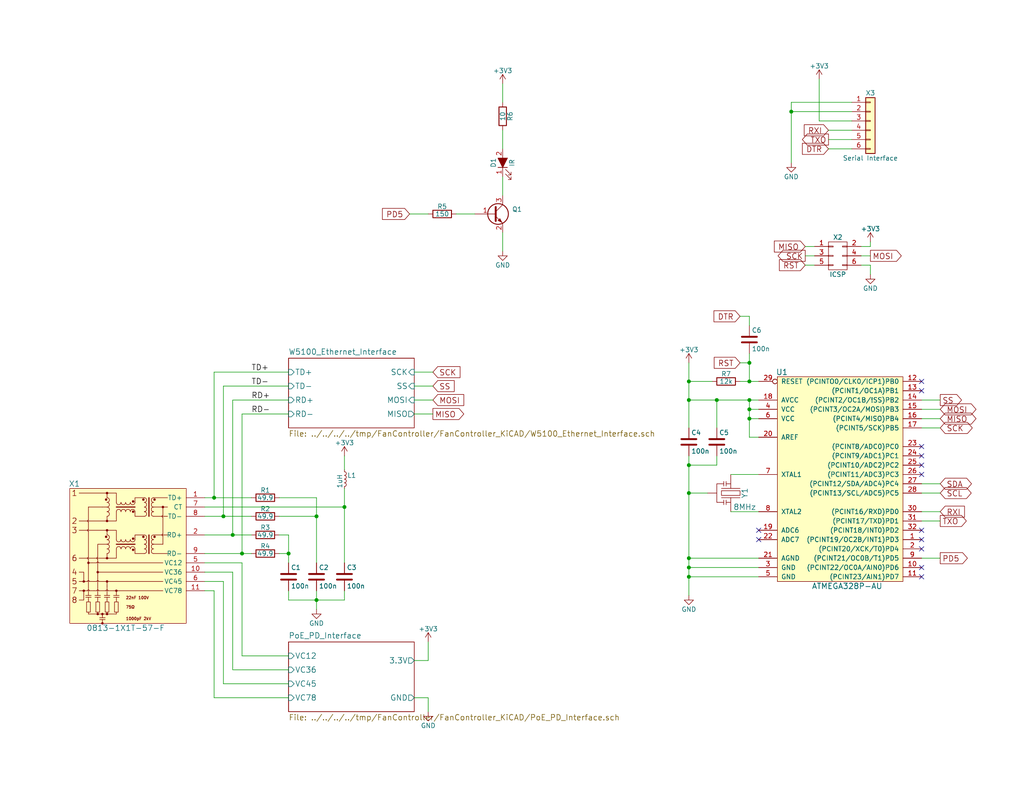
<source format=kicad_sch>
(kicad_sch (version 20230121) (generator eeschema)
  (paper "USLetter")
  (title_block (title "Fan Controller") (date "2018-04-29") (rev "2") (company "Alex M."))
  (lib_symbols
    (symbol "FanController-rescue:+3.3V" (power) (pin_names (offset 0))
      (property "Value" "+3.3V" (at 0 3.556 0))
      (symbol "+3.3V_0_1"
        (polyline (pts (xy -0.762 1.27) (xy 0 2.54)))
        (polyline (pts (xy 0 0) (xy 0 2.54)))
        (polyline (pts (xy 0 2.54) (xy 0.762 1.27)))
      )
      (symbol "+3.3V_1_1"
        (pin power_in line (at 0 0 90) (length 0) hide (name "+3V3") (number "1"))
      )
    )
    (symbol "FanController-rescue:0813-1X1T-57-F" (pin_names (offset 1.016))
      (property "Reference" "X" (at -13.97 21.59 0))
      (property "Value" "0813-1X1T-57-F" (at 0 -17.78 0))
      (symbol "0813-1X1T-57-F_0_0"
        (circle (center -11.43 -5.08) (radius 0.254) (fill (type outline)))
        (circle (center -6.35 -16.51) (radius 0.254) (fill (type outline)))
        (rectangle (start 16.51 -16.51) (end -15.24 20.32) (fill (type background)))
        (text "1" (at -13.97 19.05 0) (effects (font (size 1.524 1.524))))
        (text "1000pF 2kV" (at 0 -15.24 0) (effects (font (size 0.762 0.762)) (justify left)))
        (text "2" (at -13.97 11.43 0) (effects (font (size 1.524 1.524))))
        (text "22nF 100V" (at 0 -9.525 0) (effects (font (size 0.762 0.762)) (justify left)))
        (text "3" (at -13.97 8.89 0) (effects (font (size 1.524 1.524))))
        (text "4" (at -13.97 -2.54 0) (effects (font (size 1.524 1.524))))
        (text "5" (at -13.97 -5.08 0) (effects (font (size 1.524 1.524))))
        (text "6" (at -13.97 1.27 0) (effects (font (size 1.524 1.524))))
        (text "7" (at -13.97 -7.62 0) (effects (font (size 1.524 1.524))))
        (text "75Ω" (at 0 -12.065 0) (effects (font (size 0.762 0.762)) (justify left)))
        (text "8" (at -13.97 -10.16 0) (effects (font (size 1.524 1.524))))
      )
      (symbol "0813-1X1T-57-F_0_1"
        (circle (center -11.43 -7.62) (radius 0.254) (fill (type outline)))
        (rectangle (start -10.668 -10.668) (end -9.652 -13.462))
        (circle (center -10.16 0) (radius 0.254) (fill (type outline)))
        (arc (start -10.16 1.524) (mid -10.4129 1.27) (end -10.16 1.016))
        (arc (start -10.16 9.144) (mid -10.4129 8.89) (end -10.16 8.636))
        (arc (start -10.16 11.684) (mid -10.4129 11.43) (end -10.16 11.176))
        (arc (start -9.906 -7.62) (mid -10.16 -7.3671) (end -10.414 -7.62))
        (arc (start -9.906 -5.08) (mid -10.16 -4.8271) (end -10.414 -5.08))
        (rectangle (start -8.128 -10.668) (end -7.112 -13.462))
        (circle (center -7.62 -13.97) (radius 0.254) (fill (type outline)))
        (circle (center -7.62 -2.54) (radius 0.254) (fill (type outline)))
        (arc (start -7.62 1.524) (mid -7.8729 1.27) (end -7.62 1.016))
        (arc (start -7.366 -7.62) (mid -7.62 -7.3671) (end -7.874 -7.62))
        (arc (start -7.366 -5.08) (mid -7.62 -4.8271) (end -7.874 -5.08))
        (arc (start -7.366 0) (mid -7.62 0.2529) (end -7.874 0))
        (circle (center -6.35 -13.97) (radius 0.254) (fill (type outline)))
        (rectangle (start -5.588 -10.668) (end -4.572 -13.462))
        (circle (center -5.334 7.112) (radius 0.254) (fill (type outline)))
        (circle (center -5.334 17.272) (radius 0.254) (fill (type outline)))
        (circle (center -5.08 -13.97) (radius 0.254) (fill (type outline)))
        (circle (center -5.08 -5.08) (radius 0.254) (fill (type outline)))
        (circle (center -5.08 1.27) (radius 0.254) (fill (type outline)))
        (arc (start -5.08 2.54) (mid -4.4477 3.175) (end -5.08 3.81))
        (arc (start -5.08 3.81) (mid -4.4477 4.445) (end -5.08 5.08))
        (arc (start -5.08 5.08) (mid -4.4477 5.715) (end -5.08 6.35))
        (arc (start -5.08 6.35) (mid -4.4477 6.985) (end -5.08 7.62))
        (circle (center -5.08 8.89) (radius 0.254) (fill (type outline)))
        (circle (center -5.08 11.43) (radius 0.254) (fill (type outline)))
        (arc (start -5.08 12.7) (mid -4.4477 13.335) (end -5.08 13.97))
        (arc (start -5.08 13.97) (mid -4.4477 14.605) (end -5.08 15.24))
        (arc (start -5.08 15.24) (mid -4.4477 15.875) (end -5.08 16.51))
        (arc (start -5.08 16.51) (mid -4.4477 17.145) (end -5.08 17.78))
        (circle (center -5.08 19.05) (radius 0.254) (fill (type outline)))
        (arc (start -4.826 -7.62) (mid -5.08 -7.3671) (end -5.334 -7.62))
        (rectangle (start -3.048 -10.668) (end -2.032 -13.462))
        (circle (center -2.54 -7.62) (radius 0.254) (fill (type outline)))
        (arc (start -2.54 6.35) (mid -1.905 5.7177) (end -1.27 6.35))
        (arc (start -2.54 16.51) (mid -1.905 15.8777) (end -1.27 16.51))
        (arc (start -1.27 3.81) (mid -1.905 4.4423) (end -2.54 3.81))
        (arc (start -1.27 6.35) (mid -0.635 5.7177) (end 0 6.35))
        (arc (start -1.27 13.97) (mid -1.905 14.6023) (end -2.54 13.97))
        (arc (start -1.27 16.51) (mid -0.635 15.8777) (end 0 16.51))
        (polyline (pts (xy -11.43 -7.62) (xy -12.7 -7.62)))
        (polyline (pts (xy -11.43 -5.08) (xy -12.7 -5.08)))
        (polyline (pts (xy -10.922 -9.398) (xy -9.398 -9.398)))
        (polyline (pts (xy -10.922 -8.89) (xy -9.398 -8.89)))
        (polyline (pts (xy -10.414 -7.62) (xy -11.43 -7.62)))
        (polyline (pts (xy -10.414 -5.08) (xy -11.43 -5.08)))
        (polyline (pts (xy -10.16 -13.462) (xy -10.16 -13.97)))
        (polyline (pts (xy -10.16 -10.16) (xy -10.16 -10.668)))
        (polyline (pts (xy -10.16 -9.398) (xy -10.16 -10.16)))
        (polyline (pts (xy -10.16 0) (xy -10.16 -8.89)))
        (polyline (pts (xy -10.16 1.524) (xy -10.16 8.636)))
        (polyline (pts (xy -10.16 9.144) (xy -10.16 11.176)))
        (polyline (pts (xy -10.16 11.684) (xy -10.16 15.24)))
        (polyline (pts (xy -10.16 15.24) (xy -6.35 15.24)))
        (polyline (pts (xy -9.906 -7.62) (xy -8.636 -7.62)))
        (polyline (pts (xy -9.906 -5.08) (xy -8.636 -5.08)))
        (polyline (pts (xy -8.382 -9.398) (xy -6.858 -9.398)))
        (polyline (pts (xy -8.382 -8.89) (xy -6.858 -8.89)))
        (polyline (pts (xy -7.874 -7.62) (xy -8.636 -7.62)))
        (polyline (pts (xy -7.874 -5.08) (xy -8.636 -5.08)))
        (polyline (pts (xy -7.874 0) (xy -9.144 0)))
        (polyline (pts (xy -7.62 -13.462) (xy -7.62 -13.97)))
        (polyline (pts (xy -7.62 -10.16) (xy -7.62 -10.668)))
        (polyline (pts (xy -7.62 -9.398) (xy -7.62 -10.16)))
        (polyline (pts (xy -7.62 -2.54) (xy -7.62 -8.89)))
        (polyline (pts (xy -7.112 -15.494) (xy -5.588 -15.494)))
        (polyline (pts (xy -7.112 -14.986) (xy -5.588 -14.986)))
        (polyline (pts (xy -6.35 -15.494) (xy -6.35 -16.51)))
        (polyline (pts (xy -6.35 -14.478) (xy -6.35 -14.986)))
        (polyline (pts (xy -6.35 -13.97) (xy -6.35 -14.478)))
        (polyline (pts (xy -6.35 15.24) (xy -5.08 15.24)))
        (polyline (pts (xy -5.842 -9.398) (xy -4.318 -9.398)))
        (polyline (pts (xy -5.588 -7.62) (xy -7.366 -7.62)))
        (polyline (pts (xy -5.588 -7.62) (xy -5.334 -7.62)))
        (polyline (pts (xy -5.08 -13.462) (xy -5.08 -13.97)))
        (polyline (pts (xy -5.08 -10.16) (xy -5.08 -10.668)))
        (polyline (pts (xy -5.08 -9.398) (xy -5.08 -10.16)))
        (polyline (pts (xy -5.08 -8.89) (xy -5.08 -6.35)))
        (polyline (pts (xy -5.08 -6.35) (xy -5.08 -5.08)))
        (polyline (pts (xy -5.08 1.27) (xy -12.7 1.27)))
        (polyline (pts (xy -5.08 8.89) (xy -12.7 8.89)))
        (polyline (pts (xy -5.08 11.43) (xy -12.7 11.43)))
        (polyline (pts (xy -5.08 19.05) (xy -12.7 19.05)))
        (polyline (pts (xy -4.826 -7.62) (xy 10.16 -7.62)))
        (polyline (pts (xy -3.302 -9.398) (xy -1.778 -9.398)))
        (polyline (pts (xy -3.302 -8.89) (xy -1.778 -8.89)))
        (polyline (pts (xy -2.54 -13.462) (xy -2.54 -13.97)))
        (polyline (pts (xy -2.54 -10.16) (xy -2.54 -10.668)))
        (polyline (pts (xy -2.54 -9.398) (xy -2.54 -10.16)))
        (polyline (pts (xy -2.54 -8.89) (xy -2.54 -7.62)))
        (polyline (pts (xy -2.54 5.08) (xy 2.54 5.08)) (stroke (width 0.3048)))
        (polyline (pts (xy -2.54 15.24) (xy 2.54 15.24)) (stroke (width 0.3048)))
        (polyline (pts (xy 6.35 7.62) (xy 6.35 2.54)) (stroke (width 0.3048)))
        (polyline (pts (xy 6.35 17.78) (xy 6.35 12.7)) (stroke (width 0.3048)))
        (polyline (pts (xy 7.62 2.54) (xy 11.43 2.54)))
        (polyline (pts (xy 7.62 5.08) (xy 10.16 5.08)))
        (polyline (pts (xy 7.62 7.62) (xy 11.43 7.62)))
        (polyline (pts (xy 7.62 12.7) (xy 11.43 12.7)))
        (polyline (pts (xy 7.62 15.24) (xy 10.16 15.24)))
        (polyline (pts (xy 7.62 17.78) (xy 11.43 17.78)))
        (polyline (pts (xy 10.16 -5.08) (xy -7.366 -5.08)))
        (polyline (pts (xy 10.16 0) (xy -7.366 0)))
        (polyline (pts (xy 10.16 7.366) (xy 10.16 5.08)))
        (polyline (pts (xy 10.16 7.874) (xy 10.16 12.446)))
        (polyline (pts (xy 10.16 15.24) (xy 10.16 12.954)))
        (polyline (pts (xy 10.16 15.24) (xy 11.43 15.24)))
        (polyline (pts (xy -11.43 -7.62) (xy -11.43 -10.16) (xy -12.7 -10.16)))
        (polyline (pts (xy -11.43 -5.08) (xy -11.43 -2.54) (xy -12.7 -2.54)))
        (polyline (pts (xy -9.144 0) (xy -10.16 0) (xy -10.16 1.016)))
        (polyline (pts (xy -5.842 -8.89) (xy -4.572 -8.89) (xy -4.318 -8.89)))
        (polyline (pts (xy -5.08 5.08) (xy -7.62 5.08) (xy -7.62 1.524)))
        (polyline (pts (xy 5.08 2.54) (xy 2.54 2.54) (xy 2.54 3.81)))
        (polyline (pts (xy 5.08 7.62) (xy 2.54 7.62) (xy 2.54 6.35)))
        (polyline (pts (xy 5.08 12.7) (xy 2.54 12.7) (xy 2.54 13.97)))
        (polyline (pts (xy 10.16 -2.54) (xy -7.62 -2.54) (xy -7.62 1.016)))
        (polyline (pts (xy -10.16 -13.97) (xy -7.62 -13.97) (xy -5.08 -13.97) (xy -2.54 -13.97)))
        (polyline (pts (xy -5.08 2.54) (xy -5.08 1.27) (xy -2.54 1.27) (xy -2.54 3.81)))
        (polyline (pts (xy -5.08 7.62) (xy -5.08 8.89) (xy -2.54 8.89) (xy -2.54 6.35)))
        (polyline (pts (xy -5.08 12.7) (xy -5.08 11.43) (xy -2.54 11.43) (xy -2.54 13.97)))
        (polyline (pts (xy -5.08 17.78) (xy -5.08 19.05) (xy -2.54 19.05) (xy -2.54 16.51)))
        (polyline (pts (xy 5.08 17.78) (xy 2.54 17.78) (xy 2.54 16.764) (xy 2.54 16.51)))
        (arc (start 0 3.81) (mid -0.635 4.4423) (end -1.27 3.81))
        (arc (start 0 6.35) (mid 0.635 5.7177) (end 1.27 6.35))
        (arc (start 0 13.97) (mid -0.635 14.6023) (end -1.27 13.97))
        (arc (start 0 16.51) (mid 0.635 15.8777) (end 1.27 16.51))
        (arc (start 1.27 3.81) (mid 0.635 4.4423) (end 0 3.81))
        (arc (start 1.27 6.35) (mid 1.905 5.7177) (end 2.54 6.35))
        (arc (start 1.27 13.97) (mid 0.635 14.6023) (end 0 13.97))
        (arc (start 1.27 16.51) (mid 1.905 15.8777) (end 2.54 16.51))
        (circle (center 2.032 3.556) (radius 0.254) (fill (type outline)))
        (circle (center 2.032 6.604) (radius 0.254) (fill (type outline)))
        (circle (center 2.032 13.97) (radius 0.254) (fill (type outline)))
        (circle (center 2.032 16.764) (radius 0.254) (fill (type outline)))
        (arc (start 2.54 3.81) (mid 1.905 4.4423) (end 1.27 3.81))
        (arc (start 2.54 13.97) (mid 1.905 14.6023) (end 1.27 13.97))
        (circle (center 4.826 7.112) (radius 0.254) (fill (type outline)))
        (circle (center 4.826 17.272) (radius 0.254) (fill (type outline)))
        (arc (start 5.08 2.54) (mid 5.7123 3.175) (end 5.08 3.81))
        (arc (start 5.08 3.81) (mid 5.7123 4.445) (end 5.08 5.08))
        (arc (start 5.08 5.08) (mid 5.7123 5.715) (end 5.08 6.35))
        (arc (start 5.08 6.35) (mid 5.7123 6.985) (end 5.08 7.62))
        (arc (start 5.08 12.7) (mid 5.7123 13.335) (end 5.08 13.97))
        (arc (start 5.08 13.97) (mid 5.7123 14.605) (end 5.08 15.24))
        (arc (start 5.08 15.24) (mid 5.7123 15.875) (end 5.08 16.51))
        (arc (start 5.08 16.51) (mid 5.7123 17.145) (end 5.08 17.78))
        (arc (start 7.62 3.81) (mid 6.9877 3.175) (end 7.62 2.54))
        (arc (start 7.62 5.08) (mid 6.9877 4.445) (end 7.62 3.81))
        (arc (start 7.62 6.35) (mid 6.9877 5.715) (end 7.62 5.08))
        (arc (start 7.62 7.62) (mid 6.9877 6.985) (end 7.62 6.35))
        (arc (start 7.62 13.97) (mid 6.9877 13.335) (end 7.62 12.7))
        (arc (start 7.62 15.24) (mid 6.9877 14.605) (end 7.62 13.97))
        (arc (start 7.62 16.51) (mid 6.9877 15.875) (end 7.62 15.24))
        (arc (start 7.62 17.78) (mid 6.9877 17.145) (end 7.62 16.51))
        (circle (center 7.874 7.112) (radius 0.254) (fill (type outline)))
        (circle (center 7.874 17.272) (radius 0.254) (fill (type outline)))
        (arc (start 10.16 7.874) (mid 9.9071 7.62) (end 10.16 7.366))
        (arc (start 10.16 12.954) (mid 9.9071 12.7) (end 10.16 12.446))
        (circle (center 10.16 15.24) (radius 0.254) (fill (type outline)))
      )
      (symbol "0813-1X1T-57-F_1_1"
        (pin input line (at 21.59 17.78 180) (length 5.08) (name "TD+") (number "1"))
        (pin power_out line (at 21.59 -2.54 180) (length 5.08) (name "VC36") (number "10"))
        (pin power_out line (at 21.59 -7.62 180) (length 5.08) (name "VC78") (number "11"))
        (pin input line (at 21.59 7.62 180) (length 5.08) (name "RD+") (number "2"))
        (pin power_out line (at 21.59 0 180) (length 5.08) (name "VC12") (number "5"))
        (pin power_out line (at 21.59 -5.08 180) (length 5.08) (name "VC45") (number "6"))
        (pin input line (at 21.59 15.24 180) (length 5.08) (name "CT") (number "7"))
        (pin input line (at 21.59 12.7 180) (length 5.08) (name "TD-") (number "8"))
        (pin input line (at 21.59 2.54 180) (length 5.08) (name "RD-") (number "9"))
      )
    )
    (symbol "FanController-rescue:ATMEGA328P-AU-RESCUE-LoadCell" (pin_names (offset 1.016))
      (property "Reference" "U" (at -16.51 26.67 0))
      (property "Value" "ATMEGA328P-AU-RESCUE-LoadCell" (at 1.27 -31.75 0))
      (symbol "ATMEGA328P-AU-RESCUE-LoadCell_0_1"
        (rectangle (start -17.78 25.4) (end 16.51 -30.48) (fill (type background)))
      )
      (symbol "ATMEGA328P-AU-RESCUE-LoadCell_1_1"
        (pin bidirectional line (at 21.59 -19.05 180) (length 5.08) (name "(PCINT19/OC2B/INT1)PD3") (number "1"))
        (pin bidirectional line (at 21.59 -26.67 180) (length 5.08) (name "(PCINT22/OC0A/AIN0)PD6") (number "10"))
        (pin bidirectional line (at 21.59 -29.21 180) (length 5.08) (name "(PCINT23/AIN1)PD7") (number "11"))
        (pin bidirectional line (at 21.59 24.13 180) (length 5.08) (name "(PCINTO0/CLK0/ICP1)PB0") (number "12"))
        (pin bidirectional line (at 21.59 21.59 180) (length 5.08) (name "(PCINT1/OC1A)PB1") (number "13"))
        (pin bidirectional line (at 21.59 19.05 180) (length 5.08) (name "(PCINT2/OC1B/!SS)PB2") (number "14"))
        (pin bidirectional line (at 21.59 16.51 180) (length 5.08) (name "(PCINT3/OC2A/MOSI)PB3") (number "15"))
        (pin bidirectional line (at 21.59 13.97 180) (length 5.08) (name "(PCINT4/MISO)PB4") (number "16"))
        (pin bidirectional line (at 21.59 11.43 180) (length 5.08) (name "(PCINT5/SCK)PB5") (number "17"))
        (pin power_in line (at -22.86 19.05 0) (length 5.08) (name "AVCC") (number "18"))
        (pin input line (at -22.86 -16.51 0) (length 5.08) (name "ADC6") (number "19"))
        (pin bidirectional line (at 21.59 -21.59 180) (length 5.08) (name "(PCINT20/XCK/T0)PD4") (number "2"))
        (pin input line (at -22.86 8.89 0) (length 5.08) (name "AREF") (number "20"))
        (pin power_in line (at -22.86 -24.13 0) (length 5.08) (name "AGND") (number "21"))
        (pin input line (at -22.86 -19.05 0) (length 5.08) (name "ADC7") (number "22"))
        (pin bidirectional line (at 21.59 6.35 180) (length 5.08) (name "(PCINT8/ADC0)PC0") (number "23"))
        (pin bidirectional line (at 21.59 3.81 180) (length 5.08) (name "(PCINT9/ADC1)PC1") (number "24"))
        (pin bidirectional line (at 21.59 1.27 180) (length 5.08) (name "(PCINT10/ADC2)PC2") (number "25"))
        (pin bidirectional line (at 21.59 -1.27 180) (length 5.08) (name "(PCINT11/ADC3)PC3") (number "26"))
        (pin bidirectional line (at 21.59 -3.81 180) (length 5.08) (name "(PCINT12/SDA/ADC4)PC4") (number "27"))
        (pin bidirectional line (at 21.59 -6.35 180) (length 5.08) (name "(PCINT13/SCL/ADC5)PC5") (number "28"))
        (pin input inverted (at -22.86 24.13 0) (length 5.08) (name "RESET") (number "29"))
        (pin power_in line (at -22.86 -26.67 0) (length 5.08) (name "GND") (number "3"))
        (pin bidirectional line (at 21.59 -11.43 180) (length 5.08) (name "(PCINT16/RXD)PD0") (number "30"))
        (pin bidirectional line (at 21.59 -13.97 180) (length 5.08) (name "(PCINT17/TXD)PD1") (number "31"))
        (pin bidirectional line (at 21.59 -16.51 180) (length 5.08) (name "(PCINT18/INT0)PD2") (number "32"))
        (pin power_in line (at -22.86 16.51 0) (length 5.08) (name "VCC") (number "4"))
        (pin power_in line (at -22.86 -29.21 0) (length 5.08) (name "GND") (number "5"))
        (pin power_in line (at -22.86 13.97 0) (length 5.08) (name "VCC") (number "6"))
        (pin bidirectional line (at -22.86 -1.27 0) (length 5.08) (name "XTAL1") (number "7"))
        (pin bidirectional line (at -22.86 -11.43 0) (length 5.08) (name "XTAL2") (number "8"))
        (pin bidirectional line (at 21.59 -24.13 180) (length 5.08) (name "(PCINT21/OC0B/T1)PD5") (number "9"))
      )
    )
    (symbol "FanController-rescue:C" (pin_numbers hide) (pin_names (offset 0.254))
      (property "Reference" "C" (at 0.635 2.54 0))
      (property "Value" "C" (at 0.635 -2.54 0))
      (symbol "C_0_1"
        (polyline (pts (xy -2.032 -0.762) (xy 2.032 -0.762)) (stroke (width 0.508)))
        (polyline (pts (xy -2.032 0.762) (xy 2.032 0.762)) (stroke (width 0.508)))
      )
      (symbol "C_1_1"
        (pin passive line (at 0 3.81 270) (length 2.794) (name "~") (number "1"))
        (pin passive line (at 0 -3.81 90) (length 2.794) (name "~") (number "2"))
      )
    )
    (symbol "FanController-rescue:CONN_02X03" (pin_names (offset 0.0254) hide)
      (property "Reference" "P" (at 0 5.08 0))
      (property "Value" "CONN_02X03" (at 0 -5.08 0))
      (symbol "CONN_02X03_0_1"
        (rectangle (start -2.54 -2.413) (end -1.27 -2.667))
        (rectangle (start -2.54 0.127) (end -1.27 -0.127))
        (rectangle (start -2.54 2.667) (end -1.27 2.413))
        (rectangle (start -2.54 3.81) (end 2.54 -3.81))
        (rectangle (start 1.27 -2.413) (end 2.54 -2.667))
        (rectangle (start 1.27 0.127) (end 2.54 -0.127))
        (rectangle (start 1.27 2.667) (end 2.54 2.413))
      )
      (symbol "CONN_02X03_1_1"
        (pin passive line (at -6.35 2.54 0) (length 3.81) (name "P1") (number "1"))
        (pin passive line (at 6.35 2.54 180) (length 3.81) (name "P2") (number "2"))
        (pin passive line (at -6.35 0 0) (length 3.81) (name "P3") (number "3"))
        (pin passive line (at 6.35 0 180) (length 3.81) (name "P4") (number "4"))
        (pin passive line (at -6.35 -2.54 0) (length 3.81) (name "P5") (number "5"))
        (pin passive line (at 6.35 -2.54 180) (length 3.81) (name "P6") (number "6"))
      )
    )
    (symbol "FanController-rescue:Conn_01x06" (pin_names (offset 1.016) hide)
      (property "Reference" "J" (at 0 7.62 0))
      (property "Value" "Conn_01x06" (at 0 -10.16 0))
      (symbol "Conn_01x06_1_1"
        (rectangle (start -1.27 -7.493) (end 0 -7.747) (stroke (width 0.1524)))
        (rectangle (start -1.27 -4.953) (end 0 -5.207) (stroke (width 0.1524)))
        (rectangle (start -1.27 -2.413) (end 0 -2.667) (stroke (width 0.1524)))
        (rectangle (start -1.27 0.127) (end 0 -0.127) (stroke (width 0.1524)))
        (rectangle (start -1.27 2.667) (end 0 2.413) (stroke (width 0.1524)))
        (rectangle (start -1.27 5.207) (end 0 4.953) (stroke (width 0.1524)))
        (rectangle (start -1.27 6.35) (end 1.27 -8.89) (stroke (width 0.254)) (fill (type background)))
        (pin passive line (at -5.08 5.08 0) (length 3.81) (name "Pin_1") (number "1"))
        (pin passive line (at -5.08 2.54 0) (length 3.81) (name "Pin_2") (number "2"))
        (pin passive line (at -5.08 0 0) (length 3.81) (name "Pin_3") (number "3"))
        (pin passive line (at -5.08 -2.54 0) (length 3.81) (name "Pin_4") (number "4"))
        (pin passive line (at -5.08 -5.08 0) (length 3.81) (name "Pin_5") (number "5"))
        (pin passive line (at -5.08 -7.62 0) (length 3.81) (name "Pin_6") (number "6"))
      )
    )
    (symbol "FanController-rescue:GND" (power) (pin_names (offset 0))
      (property "Value" "GND" (at 0 -3.81 0))
      (symbol "GND_0_1"
        (polyline (pts (xy 0 0) (xy 0 -1.27) (xy 1.27 -1.27) (xy 0 -2.54) (xy -1.27 -1.27) (xy 0 -1.27)))
      )
      (symbol "GND_1_1"
        (pin power_in line (at 0 0 270) (length 0) hide (name "GND") (number "1"))
      )
    )
    (symbol "FanController-rescue:LED_ALT" (pin_names (offset 1.016) hide)
      (property "Reference" "D" (at 0 2.54 0))
      (property "Value" "LED_ALT" (at 0 -2.54 0))
      (symbol "LED_ALT_0_1"
        (polyline (pts (xy -1.27 -1.27) (xy -1.27 1.27)) (stroke (width 0.2032)))
        (polyline (pts (xy -1.27 0) (xy 1.27 0)))
        (polyline (pts (xy 1.27 -1.27) (xy 1.27 1.27) (xy -1.27 0) (xy 1.27 -1.27)) (stroke (width 0.2032)) (fill (type outline)))
        (polyline (pts (xy -3.048 -0.762) (xy -4.572 -2.286) (xy -3.81 -2.286) (xy -4.572 -2.286) (xy -4.572 -1.524)))
        (polyline (pts (xy -1.778 -0.762) (xy -3.302 -2.286) (xy -2.54 -2.286) (xy -3.302 -2.286) (xy -3.302 -1.524)))
      )
      (symbol "LED_ALT_1_1"
        (pin passive line (at -3.81 0 0) (length 2.54) (name "K") (number "1"))
        (pin passive line (at 3.81 0 180) (length 2.54) (name "A") (number "2"))
      )
    )
    (symbol "FanController-rescue:L_Small" (pin_numbers hide) (pin_names (offset 0.254) hide)
      (property "Reference" "L" (at 0.762 1.016 0))
      (property "Value" "L_Small" (at 0.762 -1.016 0))
      (symbol "L_Small_0_1"
        (arc (start 0 -2.032) (mid 0.5058 -1.524) (end 0 -1.016))
        (arc (start 0 -1.016) (mid 0.5058 -0.508) (end 0 0))
        (arc (start 0 0) (mid 0.5058 0.508) (end 0 1.016))
        (arc (start 0 1.016) (mid 0.5058 1.524) (end 0 2.032))
      )
      (symbol "L_Small_1_1"
        (pin passive line (at 0 2.54 270) (length 0.508) (name "~") (number "1"))
        (pin passive line (at 0 -2.54 90) (length 0.508) (name "~") (number "2"))
      )
    )
    (symbol "FanController-rescue:Q_NPN_BEC" (pin_names (offset 0) hide)
      (property "Reference" "Q" (at 5.08 1.27 0))
      (property "Value" "Q_NPN_BEC" (at 5.08 -1.27 0))
      (symbol "Q_NPN_BEC_0_1"
        (polyline (pts (xy 0.635 0.635) (xy 2.54 2.54)))
        (polyline (pts (xy 0.635 -0.635) (xy 2.54 -2.54) (xy 2.54 -2.54)))
        (polyline (pts (xy 0.635 1.905) (xy 0.635 -1.905) (xy 0.635 -1.905)) (stroke (width 0.508)))
        (polyline (pts (xy 1.27 -1.778) (xy 1.778 -1.27) (xy 2.286 -2.286) (xy 1.27 -1.778) (xy 1.27 -1.778)) (fill (type outline)))
        (circle (center 1.27 0) (radius 2.8194) (stroke (width 0.254)))
      )
      (symbol "Q_NPN_BEC_1_1"
        (pin input line (at -5.08 0 0) (length 5.715) (name "B") (number "1"))
        (pin passive line (at 2.54 -5.08 90) (length 2.54) (name "E") (number "2"))
        (pin passive line (at 2.54 5.08 270) (length 2.54) (name "C") (number "3"))
      )
    )
    (symbol "FanController-rescue:R" (pin_numbers hide) (pin_names (offset 0))
      (property "Reference" "R" (at 2.032 0 90))
      (property "Value" "R" (at 0 0 90))
      (symbol "R_0_1"
        (rectangle (start -1.016 -2.54) (end 1.016 2.54) (stroke (width 0.254)))
      )
      (symbol "R_1_1"
        (pin passive line (at 0 3.81 270) (length 1.27) (name "~") (number "1"))
        (pin passive line (at 0 -3.81 90) (length 1.27) (name "~") (number "2"))
      )
    )
    (symbol "FanController-rescue:Resonator-RESCUE-LoadCell" (pin_numbers hide) (pin_names (offset 1.016))
      (property "Reference" "Y" (at 0 3.81 0))
      (property "Value" "Resonator-RESCUE-LoadCell" (at 3.81 6.35 0))
      (symbol "Resonator-RESCUE-LoadCell_0_1"
        (rectangle (start -0.635 2.54) (end 0.635 -2.54))
        (polyline (pts (xy -3.175 -1.905) (xy -1.905 -1.905)))
        (polyline (pts (xy -1.27 0) (xy -2.54 0)))
        (polyline (pts (xy -1.27 2.54) (xy -1.27 -2.54)))
        (polyline (pts (xy 1.27 0) (xy 2.54 0)))
        (polyline (pts (xy 1.27 2.54) (xy 1.27 -2.54)))
        (polyline (pts (xy 1.905 -1.905) (xy 3.175 -1.905)))
        (polyline (pts (xy 2.54 0) (xy 2.54 -1.27) (xy 1.905 -1.27) (xy 3.175 -1.27)))
        (polyline (pts (xy -2.54 0) (xy -2.54 -1.27) (xy -3.175 -1.27) (xy -1.905 -1.27) (xy -2.54 -1.27)))
        (polyline (pts (xy 2.54 -1.905) (xy 2.54 -3.175) (xy 2.54 -3.81) (xy -2.54 -3.81) (xy -2.54 -1.905)))
      )
      (symbol "Resonator-RESCUE-LoadCell_1_1"
        (pin output line (at -5.08 0 0) (length 2.54) (name "~") (number "1"))
        (pin power_in line (at 0 -6.35 90) (length 2.54) (name "~") (number "2"))
        (pin output line (at 5.08 0 180) (length 2.54) (name "~") (number "3"))
      )
    )
  )
  (junction (at 195.58 109.22))
  (junction (at 204.47 109.22))
  (junction (at 187.96 127))
  (junction (at 86.36 163.83))
  (junction (at 187.96 157.48))
  (junction (at 66.04 151.13))
  (junction (at 187.96 154.94))
  (junction (at 187.96 109.22))
  (junction (at 58.42 135.89))
  (junction (at 93.98 138.43))
  (junction (at 187.96 152.4))
  (junction (at 86.36 140.97))
  (junction (at 204.47 99.06))
  (junction (at 204.47 104.14))
  (junction (at 187.96 104.14))
  (junction (at 60.96 140.97))
  (junction (at 78.74 151.13))
  (junction (at 63.5 146.05))
  (junction (at 187.96 134.62))
  (junction (at 204.47 114.3))
  (junction (at 215.9 30.48))
  (junction (at 204.47 111.76))
  (no_connect (at 251.46 154.94))
  (no_connect (at 251.46 157.48))
  (no_connect (at 251.46 121.92))
  (no_connect (at 251.46 104.14))
  (no_connect (at 207.01 144.78))
  (no_connect (at 207.01 147.32))
  (no_connect (at 251.46 147.32))
  (no_connect (at 251.46 129.54))
  (no_connect (at 251.46 149.86))
  (no_connect (at 251.46 127))
  (no_connect (at 251.46 124.46))
  (no_connect (at 251.46 144.78))
  (no_connect (at 251.46 106.68))
  (wire (pts (xy 60.96 186.69) (xy 60.96 158.75)))
  (wire (pts (xy 204.47 86.36) (xy 204.47 88.9)))
  (wire (pts (xy 251.46 109.22) (xy 256.54 109.22)))
  (wire (pts (xy 187.96 109.22) (xy 187.96 116.84)))
  (wire (pts (xy 204.47 99.06) (xy 204.47 104.14)))
  (wire (pts (xy 195.58 116.84) (xy 195.58 109.22)))
  (wire (pts (xy 195.58 124.46) (xy 195.58 127)))
  (wire (pts (xy 55.88 138.43) (xy 93.98 138.43)))
  (wire (pts (xy 204.47 114.3) (xy 204.47 119.38)))
  (wire (pts (xy 66.04 179.07) (xy 78.74 179.07)))
  (wire (pts (xy 137.16 53.34) (xy 137.16 48.26)))
  (wire (pts (xy 76.2 151.13) (xy 78.74 151.13)))
  (wire (pts (xy 86.36 163.83) (xy 86.36 166.37)))
  (wire (pts (xy 187.96 134.62) (xy 193.04 134.62)))
  (wire (pts (xy 251.46 111.76) (xy 256.54 111.76)))
  (wire (pts (xy 207.01 139.7) (xy 199.39 139.7)))
  (wire (pts (xy 237.49 67.31) (xy 237.49 66.04)))
  (wire (pts (xy 251.46 114.3) (xy 256.54 114.3)))
  (wire (pts (xy 76.2 140.97) (xy 86.36 140.97)))
  (wire (pts (xy 187.96 154.94) (xy 207.01 154.94)))
  (wire (pts (xy 194.31 104.14) (xy 187.96 104.14)))
  (wire (pts (xy 207.01 114.3) (xy 204.47 114.3)))
  (wire (pts (xy 113.03 109.22) (xy 118.11 109.22)))
  (wire (pts (xy 86.36 140.97) (xy 86.36 153.67)))
  (wire (pts (xy 204.47 109.22) (xy 207.01 109.22)))
  (wire (pts (xy 234.95 67.31) (xy 237.49 67.31)))
  (wire (pts (xy 58.42 161.29) (xy 55.88 161.29)))
  (wire (pts (xy 116.84 180.34) (xy 113.03 180.34)))
  (wire (pts (xy 60.96 105.41) (xy 60.96 140.97)))
  (wire (pts (xy 78.74 146.05) (xy 76.2 146.05)))
  (wire (pts (xy 187.96 154.94) (xy 187.96 157.48)))
  (wire (pts (xy 204.47 96.52) (xy 204.47 99.06)))
  (wire (pts (xy 78.74 161.29) (xy 78.74 163.83)))
  (wire (pts (xy 116.84 175.26) (xy 116.84 180.34)))
  (wire (pts (xy 187.96 124.46) (xy 187.96 127)))
  (wire (pts (xy 187.96 157.48) (xy 187.96 162.56)))
  (wire (pts (xy 201.93 99.06) (xy 204.47 99.06)))
  (wire (pts (xy 187.96 134.62) (xy 187.96 152.4)))
  (wire (pts (xy 187.96 109.22) (xy 195.58 109.22)))
  (wire (pts (xy 60.96 186.69) (xy 78.74 186.69)))
  (wire (pts (xy 226.06 38.1) (xy 232.41 38.1)))
  (wire (pts (xy 223.52 33.02) (xy 223.52 21.59)))
  (wire (pts (xy 137.16 68.58) (xy 137.16 63.5)))
  (wire (pts (xy 78.74 151.13) (xy 78.74 153.67)))
  (wire (pts (xy 232.41 27.94) (xy 215.9 27.94)))
  (wire (pts (xy 232.41 33.02) (xy 223.52 33.02)))
  (wire (pts (xy 63.5 182.88) (xy 78.74 182.88)))
  (wire (pts (xy 215.9 27.94) (xy 215.9 30.48)))
  (wire (pts (xy 187.96 99.06) (xy 187.96 104.14)))
  (wire (pts (xy 116.84 190.5) (xy 116.84 194.31)))
  (wire (pts (xy 124.46 58.42) (xy 129.54 58.42)))
  (wire (pts (xy 63.5 109.22) (xy 78.74 109.22)))
  (wire (pts (xy 78.74 101.6) (xy 58.42 101.6)))
  (wire (pts (xy 251.46 134.62) (xy 256.54 134.62)))
  (wire (pts (xy 66.04 113.03) (xy 66.04 151.13)))
  (wire (pts (xy 137.16 40.64) (xy 137.16 35.56)))
  (wire (pts (xy 219.71 69.85) (xy 222.25 69.85)))
  (wire (pts (xy 237.49 72.39) (xy 237.49 74.93)))
  (wire (pts (xy 219.71 67.31) (xy 222.25 67.31)))
  (wire (pts (xy 251.46 116.84) (xy 256.54 116.84)))
  (wire (pts (xy 93.98 128.27) (xy 93.98 124.46)))
  (wire (pts (xy 204.47 104.14) (xy 207.01 104.14)))
  (wire (pts (xy 204.47 109.22) (xy 204.47 111.76)))
  (wire (pts (xy 93.98 138.43) (xy 93.98 153.67)))
  (wire (pts (xy 66.04 151.13) (xy 68.58 151.13)))
  (wire (pts (xy 251.46 132.08) (xy 256.54 132.08)))
  (wire (pts (xy 187.96 152.4) (xy 187.96 154.94)))
  (wire (pts (xy 251.46 142.24) (xy 256.54 142.24)))
  (wire (pts (xy 86.36 161.29) (xy 86.36 163.83)))
  (wire (pts (xy 113.03 113.03) (xy 118.11 113.03)))
  (wire (pts (xy 204.47 119.38) (xy 207.01 119.38)))
  (wire (pts (xy 201.93 86.36) (xy 204.47 86.36)))
  (wire (pts (xy 60.96 105.41) (xy 78.74 105.41)))
  (wire (pts (xy 86.36 163.83) (xy 93.98 163.83)))
  (wire (pts (xy 76.2 135.89) (xy 86.36 135.89)))
  (wire (pts (xy 58.42 135.89) (xy 68.58 135.89)))
  (wire (pts (xy 86.36 135.89) (xy 86.36 140.97)))
  (wire (pts (xy 93.98 133.35) (xy 93.98 138.43)))
  (wire (pts (xy 63.5 182.88) (xy 63.5 156.21)))
  (wire (pts (xy 199.39 129.54) (xy 207.01 129.54)))
  (wire (pts (xy 234.95 72.39) (xy 237.49 72.39)))
  (wire (pts (xy 201.93 104.14) (xy 204.47 104.14)))
  (wire (pts (xy 66.04 179.07) (xy 66.04 153.67)))
  (wire (pts (xy 58.42 190.5) (xy 78.74 190.5)))
  (wire (pts (xy 234.95 69.85) (xy 237.49 69.85)))
  (wire (pts (xy 55.88 151.13) (xy 66.04 151.13)))
  (wire (pts (xy 63.5 146.05) (xy 68.58 146.05)))
  (wire (pts (xy 58.42 190.5) (xy 58.42 161.29)))
  (wire (pts (xy 55.88 146.05) (xy 63.5 146.05)))
  (wire (pts (xy 113.03 101.6) (xy 118.11 101.6)))
  (wire (pts (xy 195.58 127) (xy 187.96 127)))
  (wire (pts (xy 137.16 27.94) (xy 137.16 22.86)))
  (wire (pts (xy 226.06 40.64) (xy 232.41 40.64)))
  (wire (pts (xy 195.58 109.22) (xy 204.47 109.22)))
  (wire (pts (xy 60.96 158.75) (xy 55.88 158.75)))
  (wire (pts (xy 219.71 72.39) (xy 222.25 72.39)))
  (wire (pts (xy 215.9 30.48) (xy 215.9 44.45)))
  (wire (pts (xy 187.96 127) (xy 187.96 134.62)))
  (wire (pts (xy 207.01 111.76) (xy 204.47 111.76)))
  (wire (pts (xy 66.04 113.03) (xy 78.74 113.03)))
  (wire (pts (xy 113.03 190.5) (xy 116.84 190.5)))
  (wire (pts (xy 78.74 163.83) (xy 86.36 163.83)))
  (wire (pts (xy 55.88 135.89) (xy 58.42 135.89)))
  (wire (pts (xy 66.04 153.67) (xy 55.88 153.67)))
  (wire (pts (xy 187.96 152.4) (xy 207.01 152.4)))
  (wire (pts (xy 93.98 163.83) (xy 93.98 161.29)))
  (wire (pts (xy 111.76 58.42) (xy 116.84 58.42)))
  (wire (pts (xy 63.5 109.22) (xy 63.5 146.05)))
  (wire (pts (xy 187.96 157.48) (xy 207.01 157.48)))
  (wire (pts (xy 232.41 30.48) (xy 215.9 30.48)))
  (wire (pts (xy 204.47 111.76) (xy 204.47 114.3)))
  (wire (pts (xy 63.5 156.21) (xy 55.88 156.21)))
  (wire (pts (xy 251.46 152.4) (xy 256.54 152.4)))
  (wire (pts (xy 226.06 35.56) (xy 232.41 35.56)))
  (wire (pts (xy 251.46 139.7) (xy 256.54 139.7)))
  (wire (pts (xy 55.88 140.97) (xy 60.96 140.97)))
  (wire (pts (xy 60.96 140.97) (xy 68.58 140.97)))
  (wire (pts (xy 78.74 146.05) (xy 78.74 151.13)))
  (wire (pts (xy 187.96 104.14) (xy 187.96 109.22)))
  (wire (pts (xy 58.42 101.6) (xy 58.42 135.89)))
  (wire (pts (xy 113.03 105.41) (xy 118.11 105.41)))
  (label "RD-" (at 68.58 113.03 0) (effects (font (size 1.524 1.524))))
  (label "TD-" (at 68.58 105.41 0) (effects (font (size 1.524 1.524))))
  (label "RD+" (at 68.58 109.22 0) (effects (font (size 1.524 1.524))))
  (label "TD+" (at 68.58 101.6 0) (effects (font (size 1.524 1.524))))
  (global_label "RST" (shape input) (at 201.93 99.06 180) (effects (font (size 1.524 1.524))) (property "Intersheetrefs" "${INTERSHEET_REFS}" (effects hide)))
  (global_label "TXO" (shape output) (at 256.54 142.24 0) (effects (font (size 1.524 1.524))) (property "Intersheetrefs" "${INTERSHEET_REFS}" (effects hide)))
  (global_label "SCK" (shape input) (at 118.11 101.6 0) (effects (font (size 1.524 1.524))) (property "Intersheetrefs" "${INTERSHEET_REFS}" (effects hide)))
  (global_label "MOSI" (shape input) (at 118.11 109.22 0) (effects (font (size 1.524 1.524))) (property "Intersheetrefs" "${INTERSHEET_REFS}" (effects hide)))
  (global_label "DTR" (shape input) (at 201.93 86.36 180) (effects (font (size 1.524 1.524))) (property "Intersheetrefs" "${INTERSHEET_REFS}" (effects hide)))
  (global_label "MISO" (shape bidirectional) (at 256.54 114.3 0) (effects (font (size 1.524 1.524))) (property "Intersheetrefs" "${INTERSHEET_REFS}" (effects hide)))
  (global_label "MISO" (shape input) (at 219.71 67.31 180) (effects (font (size 1.524 1.524))) (property "Intersheetrefs" "${INTERSHEET_REFS}" (effects hide)))
  (global_label "PD5" (shape input) (at 111.76 58.42 180) (effects (font (size 1.524 1.524))) (property "Intersheetrefs" "${INTERSHEET_REFS}" (effects hide)))
  (global_label "RST" (shape input) (at 219.71 72.39 180) (effects (font (size 1.524 1.524))) (property "Intersheetrefs" "${INTERSHEET_REFS}" (effects hide)))
  (global_label "SCK" (shape bidirectional) (at 256.54 116.84 0) (effects (font (size 1.524 1.524))) (property "Intersheetrefs" "${INTERSHEET_REFS}" (effects hide)))
  (global_label "SCL" (shape bidirectional) (at 256.54 134.62 0) (effects (font (size 1.524 1.524))) (property "Intersheetrefs" "${INTERSHEET_REFS}" (effects hide)))
  (global_label "TXO" (shape output) (at 226.06 38.1 180) (effects (font (size 1.524 1.524))) (property "Intersheetrefs" "${INTERSHEET_REFS}" (effects hide)))
  (global_label "MISO" (shape output) (at 118.11 113.03 0) (effects (font (size 1.524 1.524))) (property "Intersheetrefs" "${INTERSHEET_REFS}" (effects hide)))
  (global_label "SS" (shape output) (at 256.54 109.22 0) (effects (font (size 1.524 1.524))) (property "Intersheetrefs" "${INTERSHEET_REFS}" (effects hide)))
  (global_label "RXI" (shape input) (at 226.06 35.56 180) (effects (font (size 1.524 1.524))) (property "Intersheetrefs" "${INTERSHEET_REFS}" (effects hide)))
  (global_label "SDA" (shape bidirectional) (at 256.54 132.08 0) (effects (font (size 1.524 1.524))) (property "Intersheetrefs" "${INTERSHEET_REFS}" (effects hide)))
  (global_label "SS" (shape input) (at 118.11 105.41 0) (effects (font (size 1.524 1.524))) (property "Intersheetrefs" "${INTERSHEET_REFS}" (effects hide)))
  (global_label "MOSI" (shape output) (at 237.49 69.85 0) (effects (font (size 1.524 1.524))) (property "Intersheetrefs" "${INTERSHEET_REFS}" (effects hide)))
  (global_label "PD5" (shape output) (at 256.54 152.4 0) (effects (font (size 1.524 1.524))) (property "Intersheetrefs" "${INTERSHEET_REFS}" (effects hide)))
  (global_label "DTR" (shape input) (at 226.06 40.64 180) (effects (font (size 1.524 1.524))) (property "Intersheetrefs" "${INTERSHEET_REFS}" (effects hide)))
  (global_label "MOSI" (shape bidirectional) (at 256.54 111.76 0) (effects (font (size 1.524 1.524))) (property "Intersheetrefs" "${INTERSHEET_REFS}" (effects hide)))
  (global_label "RXI" (shape input) (at 256.54 139.7 0) (effects (font (size 1.524 1.524))) (property "Intersheetrefs" "${INTERSHEET_REFS}" (effects hide)))
  (global_label "SCK" (shape output) (at 219.71 69.85 180) (effects (font (size 1.524 1.524))) (property "Intersheetrefs" "${INTERSHEET_REFS}" (effects hide)))
  (symbol (lib_id "FanController-rescue:R") (at 72.39 151.13 90) (unit 1)
    (property "Reference" "R4" (at 72.39 149.098 90))
    (property "Value" "49.9" (at 72.39 151.13 90))
    (property "Footprint" "Resistors_SMD:R_0805" (effects hide))
    (property "DigiKey Part Number" "RNCP0805FTD49R9CT-ND" (effects hide))
  )
  (symbol (lib_id "FanController-rescue:C") (at 78.74 157.48 0) (unit 1)
    (property "Reference" "C1" (at 79.375 154.94 0) (effects (justify left)))
    (property "Value" "100n" (at 79.375 160.02 0) (effects (justify left)))
    (property "Footprint" "Capacitors_SMD:C_0603" (effects hide))
    (property "DigiKey Part Number" "1276-1005-1-ND" (effects hide))
  )
  (symbol (lib_id "FanController-rescue:GND") (at 86.36 166.37 0) (unit 1)
    (property "Reference" "#PWR1" (effects hide))
    (property "Value" "GND" (at 86.36 170.18 0))
  )
  (symbol (lib_id "FanController-rescue:+3.3V") (at 93.98 124.46 0) (unit 1)
    (property "Reference" "#PWR2" (effects hide))
    (property "Value" "+3.3V" (at 93.98 120.904 0))
  )
  (symbol (lib_id "FanController-rescue:L_Small") (at 93.98 130.81 0) (unit 1)
    (property "Reference" "L1" (at 94.742 129.794 0) (effects (justify left)))
    (property "Value" "1uH" (at 92.71 133.35 90) (effects (justify left)))
    (property "Footprint" "Capacitors_SMD:C_0603" (effects hide))
    (property "DigiKey Part Number" "445-3163-1-ND" (effects hide))
  )
  (symbol (lib_id "FanController-rescue:0813-1X1T-57-F") (at 34.29 153.67 0) (unit 1)
    (property "Reference" "X1" (at 20.32 132.08 0) (effects (font (size 1.524 1.524))))
    (property "Value" "0813-1X1T-57-F" (at 34.29 171.45 0) (effects (font (size 1.524 1.524))))
    (property "Footprint" "AlexComponents:0813-1X1T-57-F_RJ45-Jack" (effects hide))
    (property "Datasheet" "http://belfuse.com/pdfs/0813-1X1T-57-F.pdf" (effects hide))
    (property "DigiKey Part Number" "507-1421-ND" (effects hide))
  )
  (symbol (lib_id "FanController-rescue:GND") (at 116.84 194.31 0) (unit 1)
    (property "Reference" "#PWR4" (effects hide))
    (property "Value" "GND" (at 116.84 198.12 0))
  )
  (symbol (lib_id "FanController-rescue:+3.3V") (at 116.84 175.26 0) (unit 1)
    (property "Reference" "#PWR3" (effects hide))
    (property "Value" "+3.3V" (at 116.84 171.704 0))
  )
  (symbol (lib_id "FanController-rescue:ATMEGA328P-AU-RESCUE-LoadCell") (at 229.87 128.27 0) (unit 1)
    (property "Reference" "U1" (at 213.36 101.6 0) (effects (font (size 1.524 1.524))))
    (property "Value" "ATMEGA328P-AU" (at 231.14 160.02 0) (effects (font (size 1.524 1.524))))
    (property "Footprint" "Housings_QFP:TQFP-32_7x7mm_Pitch0.8mm" (effects hide))
    (property "Datasheet" "http://www.atmel.com/images/Atmel-8271-8-bit-AVR-Microcontroller-ATmega48A-48PA-88A-88PA-168A-168PA-328-328P_datasheet_Complete.pdf" (effects hide))
    (property "DigiKey Part Number" "ATMEGA328P-AU-ND" (effects hide))
  )
  (symbol (lib_id "FanController-rescue:Resonator-RESCUE-LoadCell") (at 199.39 134.62 270) (unit 1)
    (property "Reference" "Y1" (at 203.2 134.62 0) (effects (font (size 1.524 1.524))))
    (property "Value" "8MHz" (at 203.2 138.43 90) (effects (font (size 1.524 1.524))))
    (property "Footprint" "AlexComponents:CERALOCK_CSTCE_Resonator" (effects hide))
    (property "Datasheet" "http://www.murata.com/~/media/webrenewal/support/library/catalog/products/timingdevice/ceralock/p16e.ashx" (effects hide))
    (property "DigiKey Part Number" "490-1195-1-ND" (effects hide))
  )
  (symbol (lib_id "FanController-rescue:C") (at 86.36 157.48 0) (unit 1)
    (property "Reference" "C2" (at 86.995 154.94 0) (effects (justify left)))
    (property "Value" "100n" (at 86.995 160.02 0) (effects (justify left)))
    (property "Footprint" "Capacitors_SMD:C_0603" (effects hide))
    (property "DigiKey Part Number" "1276-1005-1-ND" (effects hide))
  )
  (symbol (lib_id "FanController-rescue:R") (at 72.39 146.05 90) (unit 1)
    (property "Reference" "R3" (at 72.39 144.018 90))
    (property "Value" "49.9" (at 72.39 146.05 90))
    (property "Footprint" "Resistors_SMD:R_0805" (effects hide))
    (property "DigiKey Part Number" "RNCP0805FTD49R9CT-ND" (effects hide))
  )
  (symbol (lib_id "FanController-rescue:R") (at 72.39 140.97 90) (unit 1)
    (property "Reference" "R2" (at 72.39 138.938 90))
    (property "Value" "49.9" (at 72.39 140.97 90))
    (property "Footprint" "Resistors_SMD:R_0805" (effects hide))
    (property "DigiKey Part Number" "RNCP0805FTD49R9CT-ND" (effects hide))
  )
  (symbol (lib_id "FanController-rescue:R") (at 72.39 135.89 90) (unit 1)
    (property "Reference" "R1" (at 72.39 133.858 90))
    (property "Value" "49.9" (at 72.39 135.89 90))
    (property "Footprint" "Resistors_SMD:R_0805" (effects hide))
    (property "DigiKey Part Number" "RNCP0805FTD49R9CT-ND" (effects hide))
  )
  (symbol (lib_id "FanController-rescue:C") (at 195.58 120.65 0) (unit 1)
    (property "Reference" "C5" (at 196.215 118.11 0) (effects (justify left)))
    (property "Value" "100n" (at 196.215 123.19 0) (effects (justify left)))
    (property "Footprint" "Capacitors_SMD:C_0603" (effects hide))
    (property "DigiKey Part Number" "1276-1005-1-ND" (effects hide))
  )
  (symbol (lib_id "FanController-rescue:R") (at 198.12 104.14 90) (unit 1)
    (property "Reference" "R7" (at 198.12 102.108 90))
    (property "Value" "12k" (at 198.12 104.14 90))
    (property "Footprint" "Resistors_SMD:R_0603" (effects hide))
    (property "DigiKey Part Number" "311-12.0KHRCT-ND" (effects hide))
    (property "Tolerance" "1%" (effects hide))
  )
  (symbol (lib_id "FanController-rescue:C") (at 187.96 120.65 0) (unit 1)
    (property "Reference" "C4" (at 188.595 118.11 0) (effects (justify left)))
    (property "Value" "100n" (at 188.595 123.19 0) (effects (justify left)))
    (property "Footprint" "Capacitors_SMD:C_0603" (effects hide))
    (property "DigiKey Part Number" "1276-1005-1-ND" (effects hide))
  )
  (symbol (lib_id "FanController-rescue:+3.3V") (at 187.96 99.06 0) (unit 1)
    (property "Reference" "#PWR7" (effects hide))
    (property "Value" "+3.3V" (at 187.96 95.504 0))
  )
  (symbol (lib_id "FanController-rescue:GND") (at 187.96 162.56 0) (unit 1)
    (property "Reference" "#PWR8" (effects hide))
    (property "Value" "GND" (at 187.96 166.37 0))
  )
  (symbol (lib_id "FanController-rescue:CONN_02X03") (at 228.6 69.85 0) (unit 1)
    (property "Reference" "X2" (at 228.6 64.77 0))
    (property "Value" "ICSP" (at 228.6 74.93 0))
    (property "Footprint" "Pin_Headers:Pin_Header_Straight_2x03_Pitch2.54mm" (effects hide))
  )
  (symbol (lib_id "FanController-rescue:GND") (at 237.49 74.93 0) (unit 1)
    (property "Reference" "#PWR12" (effects hide))
    (property "Value" "GND" (at 237.49 78.74 0))
  )
  (symbol (lib_id "FanController-rescue:+3.3V") (at 237.49 66.04 0) (unit 1)
    (property "Reference" "#PWR11" (effects hide))
    (property "Value" "+3.3V" (at 237.49 62.484 0))
  )
  (symbol (lib_id "FanController-rescue:C") (at 93.98 157.48 0) (unit 1)
    (property "Reference" "C3" (at 94.615 154.94 0) (effects (justify left)))
    (property "Value" "100n" (at 94.615 160.02 0) (effects (justify left)))
    (property "Footprint" "Capacitors_SMD:C_0603" (effects hide))
    (property "DigiKey Part Number" "1276-1005-1-ND" (effects hide))
  )
  (symbol (lib_id "FanController-rescue:Conn_01x06") (at 237.49 33.02 0) (unit 1)
    (property "Reference" "X3" (at 237.49 25.4 0))
    (property "Value" "Serial Interface" (at 237.49 43.18 0))
    (property "Footprint" "Pin_Headers:Pin_Header_Angled_1x06_Pitch2.54mm" (effects hide))
  )
  (symbol (lib_id "FanController-rescue:+3.3V") (at 223.52 21.59 0) (unit 1)
    (property "Reference" "#PWR10" (effects hide))
    (property "Value" "+3.3V" (at 223.52 18.034 0))
  )
  (symbol (lib_id "FanController-rescue:GND") (at 215.9 44.45 0) (unit 1)
    (property "Reference" "#PWR9" (effects hide))
    (property "Value" "GND" (at 215.9 48.26 0))
  )
  (symbol (lib_id "FanController-rescue:C") (at 204.47 92.71 0) (unit 1)
    (property "Reference" "C6" (at 205.105 90.17 0) (effects (justify left)))
    (property "Value" "100n" (at 205.105 95.25 0) (effects (justify left)))
    (property "Footprint" "Capacitors_SMD:C_0603" (effects hide))
    (property "DigiKey Part Number" "1276-1005-1-ND" (effects hide))
  )
  (symbol (lib_id "FanController-rescue:Q_NPN_BEC") (at 134.62 58.42 0) (unit 1)
    (property "Reference" "Q1" (at 139.7 57.15 0) (effects (justify left)))
    (property "Value" "Q_NPN_BEC" (effects hide))
    (property "Footprint" "TO_SOT_Packages_SMD:SOT-23" (effects hide))
    (property "Datasheet" "http://www.onsemi.com/pub/Collateral/MMBT3904LT1-D.PDF" (effects hide))
    (property "DigiKey Part Number" "MMBT3904LT1GOSCT-ND" (effects hide))
  )
  (symbol (lib_id "FanController-rescue:LED_ALT") (at 137.16 44.45 90) (unit 1)
    (property "Reference" "D1" (at 134.62 44.45 0))
    (property "Value" "IR" (at 139.7 44.45 0))
    (property "Footprint" "LEDs:LED_D5.0mm" (effects hide))
  )
  (symbol (lib_id "FanController-rescue:R") (at 137.16 31.75 0) (unit 1)
    (property "Reference" "R6" (at 139.192 31.75 90))
    (property "Value" "10" (at 137.16 31.75 90))
    (property "Footprint" "Resistors_SMD:R_0805" (effects hide))
    (property "DigiKey Part Number" "RNCP0805FTD10R0CT-ND" (effects hide))
  )
  (symbol (lib_id "FanController-rescue:+3.3V") (at 137.16 22.86 0) (unit 1)
    (property "Reference" "#PWR5" (effects hide))
    (property "Value" "+3.3V" (at 137.16 19.304 0))
  )
  (symbol (lib_id "FanController-rescue:R") (at 120.65 58.42 90) (unit 1)
    (property "Reference" "R5" (at 120.65 56.388 90))
    (property "Value" "150" (at 120.65 58.42 90))
    (property "Footprint" "Resistors_SMD:R_0603" (effects hide))
    (property "DigiKey Part Number" "311-150HRCT-ND" (effects hide))
    (property "Tolerance" "1%" (effects hide))
  )
  (symbol (lib_id "FanController-rescue:GND") (at 137.16 68.58 0) (unit 1)
    (property "Reference" "#PWR6" (effects hide))
    (property "Value" "GND" (at 137.16 72.39 0))
  )
  (sheet (at 78.74 175.26) (size 34.29 19.05)
    (property "Sheetname" "PoE_PD_Interface" (at 78.74 174.4214 0) (effects (font (size 1.524 1.524)) (justify left bottom)))
    (property "Sheetfile" "../../../../tmp/FanController/FanController_KiCAD/PoE_PD_Interface.sch" (at 78.74 194.9962 0) (effects (font (size 1.524 1.524)) (justify left top)))
    (pin "VC12" input (at 78.74 179.07 180) (effects (font (size 1.524 1.524))))
    (pin "VC36" input (at 78.74 182.88 180) (effects (font (size 1.524 1.524))))
    (pin "VC45" input (at 78.74 186.69 180) (effects (font (size 1.524 1.524))))
    (pin "VC78" input (at 78.74 190.5 180) (effects (font (size 1.524 1.524))))
    (pin "GND" output (at 113.03 190.5 0) (effects (font (size 1.524 1.524))))
    (pin "3.3V" output (at 113.03 180.34 0) (effects (font (size 1.524 1.524))))
  )
  (sheet (at 78.74 97.79) (size 34.29 19.05)
    (property "Sheetname" "W5100_Ethernet_Interface" (at 78.74 96.9514 0) (effects (font (size 1.524 1.524)) (justify left bottom)))
    (property "Sheetfile" "../../../../tmp/FanController/FanController_KiCAD/W5100_Ethernet_Interface.sch" (at 78.74 117.5262 0) (effects (font (size 1.524 1.524)) (justify left top)))
    (pin "RD+" input (at 78.74 109.22 180) (effects (font (size 1.524 1.524))))
    (pin "RD-" input (at 78.74 113.03 180) (effects (font (size 1.524 1.524))))
    (pin "SCK" input (at 113.03 101.6 0) (effects (font (size 1.524 1.524))))
    (pin "SS" input (at 113.03 105.41 0) (effects (font (size 1.524 1.524))))
    (pin "MOSI" input (at 113.03 109.22 0) (effects (font (size 1.524 1.524))))
    (pin "MISO" output (at 113.03 113.03 0) (effects (font (size 1.524 1.524))))
    (pin "TD+" input (at 78.74 101.6 180) (effects (font (size 1.524 1.524))))
    (pin "TD-" input (at 78.74 105.41 180) (effects (font (size 1.524 1.524))))
  )
)
</source>
